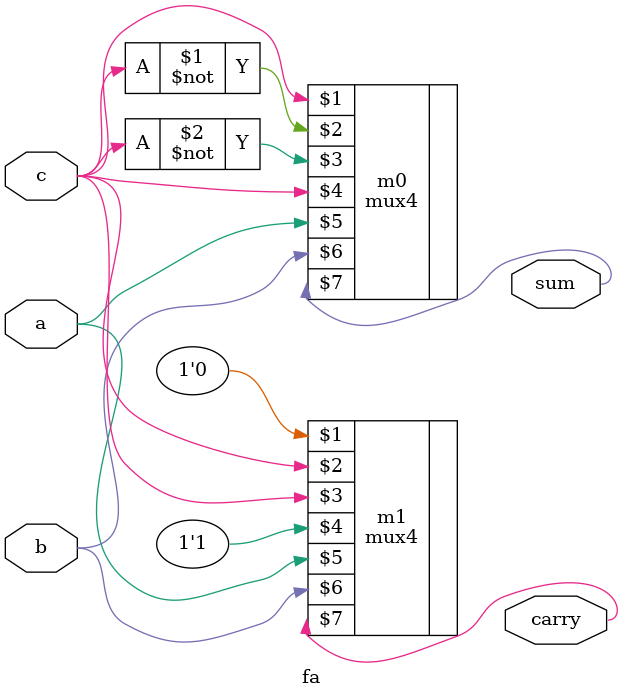
<source format=sv>

module fa(a,b,c,sum,carry);

input logic a,b,c;
output logic sum,carry;

mux4 m0(c,~c,~c,c,a,b,sum);           //Sum
mux4 m1(1'b0,c,c,1'b1,a,b,carry);    //Carry

endmodule
</source>
